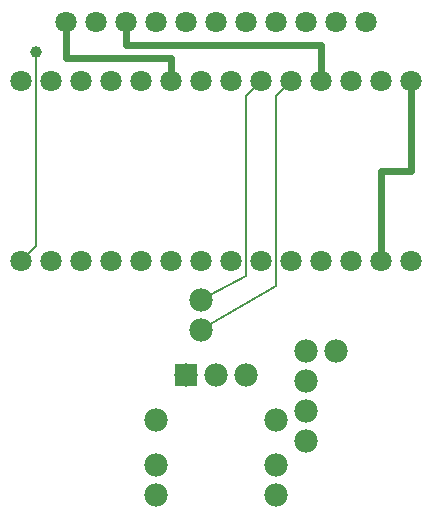
<source format=gtl>
G04 MADE WITH FRITZING*
G04 WWW.FRITZING.ORG*
G04 DOUBLE SIDED*
G04 HOLES PLATED*
G04 CONTOUR ON CENTER OF CONTOUR VECTOR*
%ASAXBY*%
%FSLAX23Y23*%
%MOIN*%
%OFA0B0*%
%SFA1.0B1.0*%
%ADD10C,0.070866*%
%ADD11C,0.039370*%
%ADD12C,0.078000*%
%ADD13R,0.078000X0.078000*%
%ADD14C,0.024000*%
%ADD15C,0.008000*%
%LNCOPPER1*%
G90*
G70*
G54D10*
X1500Y880D03*
X1400Y880D03*
X1300Y880D03*
X1200Y880D03*
X1100Y880D03*
X1000Y880D03*
X900Y880D03*
X800Y880D03*
X700Y880D03*
X600Y880D03*
X500Y880D03*
X400Y880D03*
X300Y880D03*
X200Y880D03*
X1500Y1480D03*
X1400Y1480D03*
X1300Y1480D03*
X1200Y1480D03*
X1100Y1480D03*
X1000Y1480D03*
X900Y1480D03*
X800Y1480D03*
X700Y1480D03*
X600Y1480D03*
X500Y1480D03*
X400Y1480D03*
X300Y1480D03*
X200Y1480D03*
G54D11*
X249Y1578D03*
G54D12*
X1050Y100D03*
X650Y100D03*
X650Y350D03*
X1050Y200D03*
X1050Y350D03*
X650Y200D03*
G54D10*
X350Y1675D03*
X450Y1675D03*
X550Y1675D03*
X650Y1675D03*
X750Y1675D03*
X850Y1675D03*
X950Y1675D03*
X1050Y1675D03*
X1150Y1675D03*
X1250Y1675D03*
X1350Y1675D03*
X350Y1675D03*
X450Y1675D03*
X550Y1675D03*
X650Y1675D03*
X750Y1675D03*
X850Y1675D03*
X950Y1675D03*
X1050Y1675D03*
X1150Y1675D03*
X1250Y1675D03*
X1350Y1675D03*
G54D12*
X800Y750D03*
X800Y650D03*
X1150Y580D03*
X1250Y580D03*
X1150Y280D03*
X1150Y380D03*
X1150Y480D03*
X750Y500D03*
X850Y500D03*
X950Y500D03*
G54D13*
X750Y500D03*
G54D14*
X1200Y1599D02*
X550Y1599D01*
D02*
X550Y1599D02*
X550Y1644D01*
D02*
X700Y1556D02*
X350Y1556D01*
D02*
X350Y1556D02*
X350Y1644D01*
D02*
X1200Y1510D02*
X1200Y1599D01*
D02*
X700Y1510D02*
X700Y1556D01*
G54D15*
D02*
X950Y831D02*
X822Y762D01*
D02*
X1050Y796D02*
X821Y663D01*
D02*
X1050Y1429D02*
X1050Y796D01*
D02*
X950Y1430D02*
X950Y831D01*
D02*
X1082Y1462D02*
X1050Y1429D01*
D02*
X982Y1462D02*
X950Y1430D01*
G54D14*
D02*
X1400Y1181D02*
X1400Y911D01*
D02*
X1500Y1181D02*
X1400Y1181D01*
D02*
X1500Y1449D02*
X1500Y1181D01*
G54D15*
D02*
X249Y930D02*
X249Y1565D01*
D02*
X218Y898D02*
X249Y930D01*
G04 End of Copper1*
M02*
</source>
